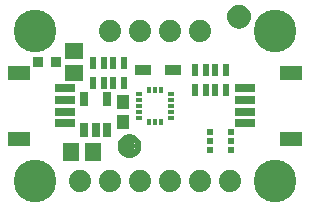
<source format=gbr>
G04 EAGLE Gerber RS-274X export*
G75*
%MOMM*%
%FSLAX34Y34*%
%LPD*%
%INSoldermask Top*%
%IPPOS*%
%AMOC8*
5,1,8,0,0,1.08239X$1,22.5*%
G01*
%ADD10R,1.341600X1.601600*%
%ADD11R,0.651600X1.301600*%
%ADD12R,1.601600X1.341600*%
%ADD13R,1.101600X1.176600*%
%ADD14R,0.551600X1.001600*%
%ADD15R,0.601600X0.601600*%
%ADD16R,0.601600X0.501600*%
%ADD17C,3.617600*%
%ADD18R,1.651600X0.701600*%
%ADD19R,1.901600X1.301600*%
%ADD20C,1.101600*%
%ADD21C,0.500000*%
%ADD22R,0.901600X0.901600*%
%ADD23R,1.451600X0.901600*%
%ADD24C,1.879600*%
%ADD25R,0.601600X0.351600*%
%ADD26R,0.351600X0.601600*%


D10*
X55778Y49911D03*
X74778Y49911D03*
D11*
X67208Y68279D03*
X76708Y68279D03*
X86208Y68279D03*
X86208Y94281D03*
X67208Y94281D03*
D12*
X58420Y116230D03*
X58420Y135230D03*
D13*
X100330Y92320D03*
X100330Y75320D03*
D14*
X186990Y101990D03*
X186990Y118990D03*
X177990Y101990D03*
X169990Y101990D03*
X160990Y101990D03*
X160990Y118990D03*
X177990Y118990D03*
X169990Y118990D03*
D15*
X191372Y51428D03*
D16*
X191372Y58928D03*
D15*
X191372Y66428D03*
X173372Y66428D03*
D16*
X173372Y58928D03*
D15*
X173372Y51428D03*
D17*
X25400Y152400D03*
X228600Y152400D03*
D18*
X203460Y83900D03*
X203460Y93900D03*
X203460Y73900D03*
X203460Y103900D03*
D19*
X242460Y60900D03*
X242460Y116900D03*
D18*
X50540Y93900D03*
X50540Y83900D03*
X50540Y103900D03*
X50540Y73900D03*
D19*
X11540Y116900D03*
X11540Y60900D03*
D20*
X105410Y54610D03*
D21*
X105410Y62110D02*
X105229Y62108D01*
X105048Y62101D01*
X104867Y62090D01*
X104686Y62075D01*
X104506Y62055D01*
X104326Y62031D01*
X104147Y62003D01*
X103969Y61970D01*
X103792Y61933D01*
X103615Y61892D01*
X103440Y61847D01*
X103265Y61797D01*
X103092Y61743D01*
X102921Y61685D01*
X102750Y61623D01*
X102582Y61556D01*
X102415Y61486D01*
X102249Y61412D01*
X102086Y61333D01*
X101925Y61251D01*
X101765Y61165D01*
X101608Y61075D01*
X101453Y60981D01*
X101300Y60884D01*
X101150Y60782D01*
X101002Y60678D01*
X100856Y60569D01*
X100714Y60458D01*
X100574Y60342D01*
X100437Y60224D01*
X100302Y60102D01*
X100171Y59977D01*
X100043Y59849D01*
X99918Y59718D01*
X99796Y59583D01*
X99678Y59446D01*
X99562Y59306D01*
X99451Y59164D01*
X99342Y59018D01*
X99238Y58870D01*
X99136Y58720D01*
X99039Y58567D01*
X98945Y58412D01*
X98855Y58255D01*
X98769Y58095D01*
X98687Y57934D01*
X98608Y57771D01*
X98534Y57605D01*
X98464Y57438D01*
X98397Y57270D01*
X98335Y57099D01*
X98277Y56928D01*
X98223Y56755D01*
X98173Y56580D01*
X98128Y56405D01*
X98087Y56228D01*
X98050Y56051D01*
X98017Y55873D01*
X97989Y55694D01*
X97965Y55514D01*
X97945Y55334D01*
X97930Y55153D01*
X97919Y54972D01*
X97912Y54791D01*
X97910Y54610D01*
X105410Y62110D02*
X105591Y62108D01*
X105772Y62101D01*
X105953Y62090D01*
X106134Y62075D01*
X106314Y62055D01*
X106494Y62031D01*
X106673Y62003D01*
X106851Y61970D01*
X107028Y61933D01*
X107205Y61892D01*
X107380Y61847D01*
X107555Y61797D01*
X107728Y61743D01*
X107899Y61685D01*
X108070Y61623D01*
X108238Y61556D01*
X108405Y61486D01*
X108571Y61412D01*
X108734Y61333D01*
X108895Y61251D01*
X109055Y61165D01*
X109212Y61075D01*
X109367Y60981D01*
X109520Y60884D01*
X109670Y60782D01*
X109818Y60678D01*
X109964Y60569D01*
X110106Y60458D01*
X110246Y60342D01*
X110383Y60224D01*
X110518Y60102D01*
X110649Y59977D01*
X110777Y59849D01*
X110902Y59718D01*
X111024Y59583D01*
X111142Y59446D01*
X111258Y59306D01*
X111369Y59164D01*
X111478Y59018D01*
X111582Y58870D01*
X111684Y58720D01*
X111781Y58567D01*
X111875Y58412D01*
X111965Y58255D01*
X112051Y58095D01*
X112133Y57934D01*
X112212Y57771D01*
X112286Y57605D01*
X112356Y57438D01*
X112423Y57270D01*
X112485Y57099D01*
X112543Y56928D01*
X112597Y56755D01*
X112647Y56580D01*
X112692Y56405D01*
X112733Y56228D01*
X112770Y56051D01*
X112803Y55873D01*
X112831Y55694D01*
X112855Y55514D01*
X112875Y55334D01*
X112890Y55153D01*
X112901Y54972D01*
X112908Y54791D01*
X112910Y54610D01*
X112908Y54429D01*
X112901Y54248D01*
X112890Y54067D01*
X112875Y53886D01*
X112855Y53706D01*
X112831Y53526D01*
X112803Y53347D01*
X112770Y53169D01*
X112733Y52992D01*
X112692Y52815D01*
X112647Y52640D01*
X112597Y52465D01*
X112543Y52292D01*
X112485Y52121D01*
X112423Y51950D01*
X112356Y51782D01*
X112286Y51615D01*
X112212Y51449D01*
X112133Y51286D01*
X112051Y51125D01*
X111965Y50965D01*
X111875Y50808D01*
X111781Y50653D01*
X111684Y50500D01*
X111582Y50350D01*
X111478Y50202D01*
X111369Y50056D01*
X111258Y49914D01*
X111142Y49774D01*
X111024Y49637D01*
X110902Y49502D01*
X110777Y49371D01*
X110649Y49243D01*
X110518Y49118D01*
X110383Y48996D01*
X110246Y48878D01*
X110106Y48762D01*
X109964Y48651D01*
X109818Y48542D01*
X109670Y48438D01*
X109520Y48336D01*
X109367Y48239D01*
X109212Y48145D01*
X109055Y48055D01*
X108895Y47969D01*
X108734Y47887D01*
X108571Y47808D01*
X108405Y47734D01*
X108238Y47664D01*
X108070Y47597D01*
X107899Y47535D01*
X107728Y47477D01*
X107555Y47423D01*
X107380Y47373D01*
X107205Y47328D01*
X107028Y47287D01*
X106851Y47250D01*
X106673Y47217D01*
X106494Y47189D01*
X106314Y47165D01*
X106134Y47145D01*
X105953Y47130D01*
X105772Y47119D01*
X105591Y47112D01*
X105410Y47110D01*
X105229Y47112D01*
X105048Y47119D01*
X104867Y47130D01*
X104686Y47145D01*
X104506Y47165D01*
X104326Y47189D01*
X104147Y47217D01*
X103969Y47250D01*
X103792Y47287D01*
X103615Y47328D01*
X103440Y47373D01*
X103265Y47423D01*
X103092Y47477D01*
X102921Y47535D01*
X102750Y47597D01*
X102582Y47664D01*
X102415Y47734D01*
X102249Y47808D01*
X102086Y47887D01*
X101925Y47969D01*
X101765Y48055D01*
X101608Y48145D01*
X101453Y48239D01*
X101300Y48336D01*
X101150Y48438D01*
X101002Y48542D01*
X100856Y48651D01*
X100714Y48762D01*
X100574Y48878D01*
X100437Y48996D01*
X100302Y49118D01*
X100171Y49243D01*
X100043Y49371D01*
X99918Y49502D01*
X99796Y49637D01*
X99678Y49774D01*
X99562Y49914D01*
X99451Y50056D01*
X99342Y50202D01*
X99238Y50350D01*
X99136Y50500D01*
X99039Y50653D01*
X98945Y50808D01*
X98855Y50965D01*
X98769Y51125D01*
X98687Y51286D01*
X98608Y51449D01*
X98534Y51615D01*
X98464Y51782D01*
X98397Y51950D01*
X98335Y52121D01*
X98277Y52292D01*
X98223Y52465D01*
X98173Y52640D01*
X98128Y52815D01*
X98087Y52992D01*
X98050Y53169D01*
X98017Y53347D01*
X97989Y53526D01*
X97965Y53706D01*
X97945Y53886D01*
X97930Y54067D01*
X97919Y54248D01*
X97912Y54429D01*
X97910Y54610D01*
D20*
X198120Y164211D03*
D21*
X198120Y171711D02*
X197939Y171709D01*
X197758Y171702D01*
X197577Y171691D01*
X197396Y171676D01*
X197216Y171656D01*
X197036Y171632D01*
X196857Y171604D01*
X196679Y171571D01*
X196502Y171534D01*
X196325Y171493D01*
X196150Y171448D01*
X195975Y171398D01*
X195802Y171344D01*
X195631Y171286D01*
X195460Y171224D01*
X195292Y171157D01*
X195125Y171087D01*
X194959Y171013D01*
X194796Y170934D01*
X194635Y170852D01*
X194475Y170766D01*
X194318Y170676D01*
X194163Y170582D01*
X194010Y170485D01*
X193860Y170383D01*
X193712Y170279D01*
X193566Y170170D01*
X193424Y170059D01*
X193284Y169943D01*
X193147Y169825D01*
X193012Y169703D01*
X192881Y169578D01*
X192753Y169450D01*
X192628Y169319D01*
X192506Y169184D01*
X192388Y169047D01*
X192272Y168907D01*
X192161Y168765D01*
X192052Y168619D01*
X191948Y168471D01*
X191846Y168321D01*
X191749Y168168D01*
X191655Y168013D01*
X191565Y167856D01*
X191479Y167696D01*
X191397Y167535D01*
X191318Y167372D01*
X191244Y167206D01*
X191174Y167039D01*
X191107Y166871D01*
X191045Y166700D01*
X190987Y166529D01*
X190933Y166356D01*
X190883Y166181D01*
X190838Y166006D01*
X190797Y165829D01*
X190760Y165652D01*
X190727Y165474D01*
X190699Y165295D01*
X190675Y165115D01*
X190655Y164935D01*
X190640Y164754D01*
X190629Y164573D01*
X190622Y164392D01*
X190620Y164211D01*
X198120Y171711D02*
X198301Y171709D01*
X198482Y171702D01*
X198663Y171691D01*
X198844Y171676D01*
X199024Y171656D01*
X199204Y171632D01*
X199383Y171604D01*
X199561Y171571D01*
X199738Y171534D01*
X199915Y171493D01*
X200090Y171448D01*
X200265Y171398D01*
X200438Y171344D01*
X200609Y171286D01*
X200780Y171224D01*
X200948Y171157D01*
X201115Y171087D01*
X201281Y171013D01*
X201444Y170934D01*
X201605Y170852D01*
X201765Y170766D01*
X201922Y170676D01*
X202077Y170582D01*
X202230Y170485D01*
X202380Y170383D01*
X202528Y170279D01*
X202674Y170170D01*
X202816Y170059D01*
X202956Y169943D01*
X203093Y169825D01*
X203228Y169703D01*
X203359Y169578D01*
X203487Y169450D01*
X203612Y169319D01*
X203734Y169184D01*
X203852Y169047D01*
X203968Y168907D01*
X204079Y168765D01*
X204188Y168619D01*
X204292Y168471D01*
X204394Y168321D01*
X204491Y168168D01*
X204585Y168013D01*
X204675Y167856D01*
X204761Y167696D01*
X204843Y167535D01*
X204922Y167372D01*
X204996Y167206D01*
X205066Y167039D01*
X205133Y166871D01*
X205195Y166700D01*
X205253Y166529D01*
X205307Y166356D01*
X205357Y166181D01*
X205402Y166006D01*
X205443Y165829D01*
X205480Y165652D01*
X205513Y165474D01*
X205541Y165295D01*
X205565Y165115D01*
X205585Y164935D01*
X205600Y164754D01*
X205611Y164573D01*
X205618Y164392D01*
X205620Y164211D01*
X205618Y164030D01*
X205611Y163849D01*
X205600Y163668D01*
X205585Y163487D01*
X205565Y163307D01*
X205541Y163127D01*
X205513Y162948D01*
X205480Y162770D01*
X205443Y162593D01*
X205402Y162416D01*
X205357Y162241D01*
X205307Y162066D01*
X205253Y161893D01*
X205195Y161722D01*
X205133Y161551D01*
X205066Y161383D01*
X204996Y161216D01*
X204922Y161050D01*
X204843Y160887D01*
X204761Y160726D01*
X204675Y160566D01*
X204585Y160409D01*
X204491Y160254D01*
X204394Y160101D01*
X204292Y159951D01*
X204188Y159803D01*
X204079Y159657D01*
X203968Y159515D01*
X203852Y159375D01*
X203734Y159238D01*
X203612Y159103D01*
X203487Y158972D01*
X203359Y158844D01*
X203228Y158719D01*
X203093Y158597D01*
X202956Y158479D01*
X202816Y158363D01*
X202674Y158252D01*
X202528Y158143D01*
X202380Y158039D01*
X202230Y157937D01*
X202077Y157840D01*
X201922Y157746D01*
X201765Y157656D01*
X201605Y157570D01*
X201444Y157488D01*
X201281Y157409D01*
X201115Y157335D01*
X200948Y157265D01*
X200780Y157198D01*
X200609Y157136D01*
X200438Y157078D01*
X200265Y157024D01*
X200090Y156974D01*
X199915Y156929D01*
X199738Y156888D01*
X199561Y156851D01*
X199383Y156818D01*
X199204Y156790D01*
X199024Y156766D01*
X198844Y156746D01*
X198663Y156731D01*
X198482Y156720D01*
X198301Y156713D01*
X198120Y156711D01*
X197939Y156713D01*
X197758Y156720D01*
X197577Y156731D01*
X197396Y156746D01*
X197216Y156766D01*
X197036Y156790D01*
X196857Y156818D01*
X196679Y156851D01*
X196502Y156888D01*
X196325Y156929D01*
X196150Y156974D01*
X195975Y157024D01*
X195802Y157078D01*
X195631Y157136D01*
X195460Y157198D01*
X195292Y157265D01*
X195125Y157335D01*
X194959Y157409D01*
X194796Y157488D01*
X194635Y157570D01*
X194475Y157656D01*
X194318Y157746D01*
X194163Y157840D01*
X194010Y157937D01*
X193860Y158039D01*
X193712Y158143D01*
X193566Y158252D01*
X193424Y158363D01*
X193284Y158479D01*
X193147Y158597D01*
X193012Y158719D01*
X192881Y158844D01*
X192753Y158972D01*
X192628Y159103D01*
X192506Y159238D01*
X192388Y159375D01*
X192272Y159515D01*
X192161Y159657D01*
X192052Y159803D01*
X191948Y159951D01*
X191846Y160101D01*
X191749Y160254D01*
X191655Y160409D01*
X191565Y160566D01*
X191479Y160726D01*
X191397Y160887D01*
X191318Y161050D01*
X191244Y161216D01*
X191174Y161383D01*
X191107Y161551D01*
X191045Y161722D01*
X190987Y161893D01*
X190933Y162066D01*
X190883Y162241D01*
X190838Y162416D01*
X190797Y162593D01*
X190760Y162770D01*
X190727Y162948D01*
X190699Y163127D01*
X190675Y163307D01*
X190655Y163487D01*
X190640Y163668D01*
X190629Y163849D01*
X190622Y164030D01*
X190620Y164211D01*
D17*
X25400Y25400D03*
X228600Y25400D03*
D22*
X28060Y125730D03*
X43060Y125730D03*
D23*
X116840Y118745D03*
X142240Y118745D03*
D24*
X63500Y25400D03*
X88900Y25400D03*
X114300Y25400D03*
X139700Y25400D03*
X165100Y25400D03*
X190500Y25400D03*
X88900Y152400D03*
X114300Y152400D03*
X139700Y152400D03*
X165100Y152400D03*
D25*
X140500Y78900D03*
X140500Y83900D03*
X140500Y88900D03*
X140500Y93900D03*
X140500Y98900D03*
D26*
X132000Y102400D03*
X127000Y102400D03*
X122000Y102400D03*
D25*
X113500Y98900D03*
X113500Y93900D03*
X113500Y88900D03*
X113500Y83900D03*
X113500Y78900D03*
D26*
X122000Y75400D03*
X127000Y75400D03*
X132000Y75400D03*
D14*
X74630Y125340D03*
X74630Y108340D03*
X83630Y125340D03*
X91630Y125340D03*
X100630Y125340D03*
X100630Y108340D03*
X83630Y108340D03*
X91630Y108340D03*
M02*

</source>
